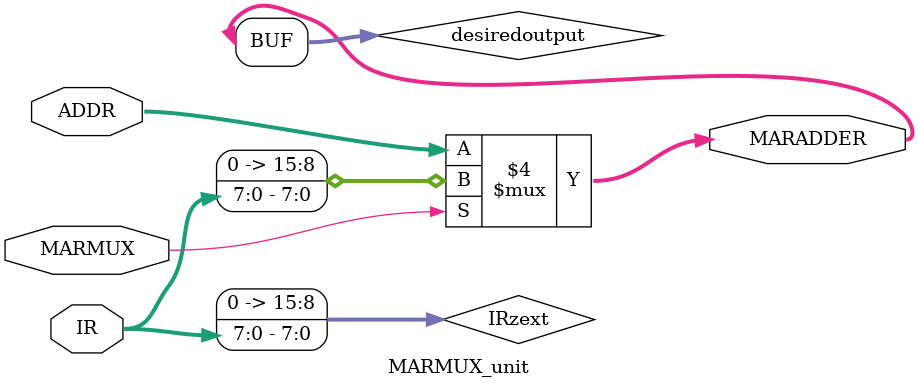
<source format=sv>
`timescale 1ns / 1ps


module MARMUX_unit(
    input logic MARMUX,
    input logic[15:0] IR, ADDR,
    output logic[15:0] MARADDER
    );
    logic [15:0] IRzext, desiredoutput;
    assign IRzext= {8'b00000000, IR[7:0]};
    always_comb
    begin
        if (MARMUX == 1'b1) 
            desiredoutput = IRzext;
        else 
            desiredoutput = ADDR;
    end
    assign MARADDER = desiredoutput;
endmodule

</source>
